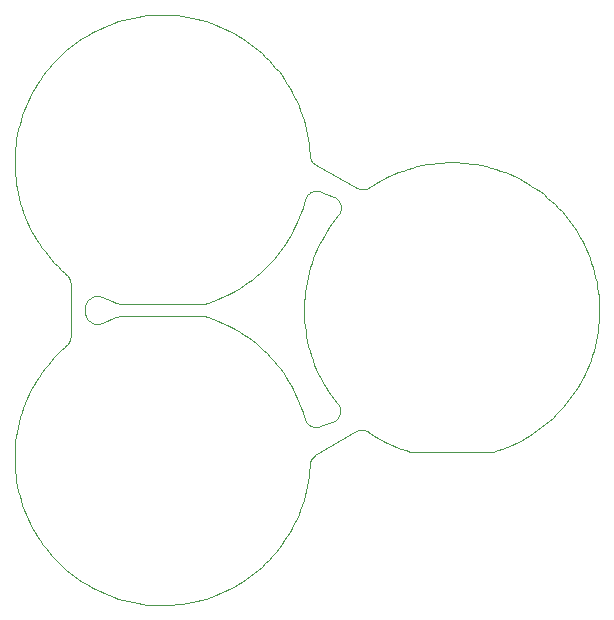
<source format=gko>
%MOIN*%
%OFA0B0*%
%FSLAX44Y44*%
%IPPOS*%
%LPD*%
%ADD10C,0*%
D10*
X00002911Y00009413D02*
X00002911Y00009413D01*
X00002874Y00009398D01*
X00002836Y00009387D01*
X00002798Y00009380D01*
X00002758Y00009376D01*
X00002719Y00009377D01*
X00002679Y00009381D01*
X00002641Y00009390D01*
X00002603Y00009402D01*
X00002567Y00009418D01*
X00002533Y00009438D01*
X00002501Y00009461D01*
X00002471Y00009487D01*
X00002444Y00009516D01*
X00002420Y00009547D01*
X00002400Y00009581D01*
X00002382Y00009616D01*
X00002369Y00009653D01*
X00002359Y00009691D01*
X00002353Y00009731D01*
X00002351Y00009770D01*
X00002351Y00009915D01*
X00002353Y00009954D01*
X00002359Y00009993D01*
X00002369Y00010031D01*
X00002383Y00010068D01*
X00002400Y00010104D01*
X00002421Y00010137D01*
X00002444Y00010169D01*
X00002471Y00010198D01*
X00002501Y00010223D01*
X00002533Y00010246D01*
X00002568Y00010266D01*
X00002604Y00010282D01*
X00002641Y00010294D01*
X00002680Y00010303D01*
X00002719Y00010307D01*
X00002758Y00010308D01*
X00002798Y00010305D01*
X00002836Y00010297D01*
X00002874Y00010286D01*
X00002911Y00010271D01*
X00002923Y00010266D01*
X00003076Y00010201D01*
X00003230Y00010142D01*
X00003386Y00010087D01*
X00003544Y00010038D01*
X00006299Y00010039D01*
X00006299Y00010039D01*
X00006457Y00010088D01*
X00006613Y00010142D01*
X00006767Y00010202D01*
X00006920Y00010266D01*
X00007070Y00010336D01*
X00007217Y00010411D01*
X00007362Y00010490D01*
X00007505Y00010575D01*
X00007644Y00010664D01*
X00007780Y00010758D01*
X00007913Y00010856D01*
X00008043Y00010959D01*
X00008169Y00011066D01*
X00008292Y00011178D01*
X00008410Y00011293D01*
X00008525Y00011412D01*
X00008635Y00011535D01*
X00008742Y00011662D01*
X00008844Y00011792D01*
X00008942Y00011926D01*
X00009035Y00012063D01*
X00009123Y00012202D01*
X00009207Y00012345D01*
X00009286Y00012491D01*
X00009360Y00012639D01*
X00009429Y00012789D01*
X00009492Y00012942D01*
X00009551Y00013096D01*
X00009605Y00013253D01*
X00009653Y00013411D01*
X00009683Y00013523D01*
X00009693Y00013555D01*
X00009705Y00013586D01*
X00009721Y00013616D01*
X00009738Y00013644D01*
X00009759Y00013671D01*
X00009781Y00013696D01*
X00009805Y00013719D01*
X00009832Y00013740D01*
X00009860Y00013758D01*
X00009889Y00013774D01*
X00009920Y00013788D01*
X00009952Y00013799D01*
X00009984Y00013807D01*
X00010017Y00013812D01*
X00010051Y00013815D01*
X00010084Y00013814D01*
X00010118Y00013811D01*
X00010151Y00013805D01*
X00010183Y00013796D01*
X00010214Y00013784D01*
X00010636Y00013609D01*
X00010669Y00013593D01*
X00010700Y00013574D01*
X00010730Y00013553D01*
X00010757Y00013529D01*
X00010782Y00013502D01*
X00010805Y00013474D01*
X00010825Y00013443D01*
X00010841Y00013411D01*
X00010855Y00013377D01*
X00010866Y00013342D01*
X00010873Y00013306D01*
X00010877Y00013270D01*
X00010878Y00013233D01*
X00010875Y00013197D01*
X00010869Y00013161D01*
X00010859Y00013126D01*
X00010847Y00013092D01*
X00010831Y00013059D01*
X00010812Y00013027D01*
X00010790Y00012998D01*
X00010687Y00012870D01*
X00010588Y00012738D01*
X00010492Y00012603D01*
X00010402Y00012464D01*
X00010316Y00012323D01*
X00010235Y00012178D01*
X00010159Y00012031D01*
X00010088Y00011882D01*
X00010022Y00011730D01*
X00009961Y00011576D01*
X00009905Y00011421D01*
X00009855Y00011263D01*
X00009810Y00011104D01*
X00009770Y00010943D01*
X00009736Y00010781D01*
X00009707Y00010618D01*
X00009683Y00010455D01*
X00009666Y00010290D01*
X00009653Y00010125D01*
X00009647Y00009960D01*
X00009645Y00009794D01*
X00009650Y00009629D01*
X00009660Y00009464D01*
X00009675Y00009299D01*
X00009696Y00009135D01*
X00009723Y00008972D01*
X00009755Y00008809D01*
X00009792Y00008648D01*
X00009835Y00008488D01*
X00009883Y00008330D01*
X00009937Y00008173D01*
X00009995Y00008019D01*
X00010059Y00007866D01*
X00010128Y00007716D01*
X00010202Y00007568D01*
X00010281Y00007422D01*
X00010365Y00007280D01*
X00010453Y00007140D01*
X00010547Y00007003D01*
X00010644Y00006870D01*
X00010746Y00006739D01*
X00010759Y00006725D01*
X00010782Y00006694D01*
X00010802Y00006662D01*
X00010819Y00006627D01*
X00010832Y00006591D01*
X00010842Y00006554D01*
X00010849Y00006517D01*
X00010851Y00006478D01*
X00010850Y00006440D01*
X00010845Y00006402D01*
X00010836Y00006365D01*
X00010824Y00006328D01*
X00010809Y00006293D01*
X00010790Y00006260D01*
X00010768Y00006229D01*
X00010743Y00006200D01*
X00010715Y00006173D01*
X00010685Y00006150D01*
X00010652Y00006129D01*
X00010618Y00006112D01*
X00010583Y00006098D01*
X00010169Y00005960D01*
X00010138Y00005951D01*
X00010107Y00005944D01*
X00010075Y00005940D01*
X00010043Y00005939D01*
X00010011Y00005941D01*
X00009979Y00005945D01*
X00009948Y00005951D01*
X00009917Y00005960D01*
X00009887Y00005972D01*
X00009858Y00005986D01*
X00009830Y00006002D01*
X00009804Y00006021D01*
X00009779Y00006041D01*
X00009756Y00006064D01*
X00009736Y00006088D01*
X00009717Y00006114D01*
X00009700Y00006142D01*
X00009685Y00006170D01*
X00009673Y00006200D01*
X00009664Y00006231D01*
X00009652Y00006274D01*
X00009604Y00006433D01*
X00009551Y00006589D01*
X00009492Y00006744D01*
X00009428Y00006897D01*
X00009359Y00007047D01*
X00009285Y00007195D01*
X00009206Y00007340D01*
X00009122Y00007483D01*
X00009034Y00007623D01*
X00008941Y00007760D01*
X00008843Y00007893D01*
X00008741Y00008023D01*
X00008634Y00008150D01*
X00008524Y00008273D01*
X00008409Y00008392D01*
X00008290Y00008508D01*
X00008168Y00008619D01*
X00008042Y00008726D01*
X00007912Y00008829D01*
X00007779Y00008927D01*
X00007643Y00009021D01*
X00007503Y00009110D01*
X00007361Y00009194D01*
X00007216Y00009274D01*
X00007068Y00009349D01*
X00006918Y00009418D01*
X00006766Y00009483D01*
X00006611Y00009542D01*
X00006455Y00009597D01*
X00006297Y00009646D01*
X00003543Y00009645D01*
X00003543Y00009645D01*
X00003385Y00009596D01*
X00003228Y00009542D01*
X00003074Y00009482D01*
X00002922Y00009418D01*
X00002911Y00009413D01*
X00001727Y00011020D02*
X00001727Y00011020D01*
X00001727Y00011020D01*
X00001740Y00011009D01*
X00001752Y00010997D01*
X00001764Y00010985D01*
X00001775Y00010972D01*
X00001785Y00010958D01*
X00001795Y00010945D01*
X00001805Y00010930D01*
X00001814Y00010916D01*
X00001822Y00010901D01*
X00001829Y00010885D01*
X00001836Y00010870D01*
X00001842Y00010854D01*
X00001848Y00010838D01*
X00001853Y00010821D01*
X00001857Y00010805D01*
X00001860Y00010788D01*
X00001862Y00010771D01*
X00001864Y00010754D01*
X00001865Y00010737D01*
X00001866Y00010720D01*
X00001866Y00008964D01*
X00001865Y00008947D01*
X00001864Y00008930D01*
X00001862Y00008913D01*
X00001860Y00008896D01*
X00001856Y00008879D01*
X00001852Y00008863D01*
X00001848Y00008846D01*
X00001842Y00008830D01*
X00001836Y00008814D01*
X00001829Y00008799D01*
X00001822Y00008783D01*
X00001814Y00008768D01*
X00001805Y00008754D01*
X00001795Y00008739D01*
X00001785Y00008726D01*
X00001775Y00008712D01*
X00001764Y00008699D01*
X00001752Y00008687D01*
X00001740Y00008675D01*
X00001727Y00008664D01*
X00001727Y00008664D01*
X00001672Y00008618D01*
X00001550Y00008506D01*
X00001431Y00008391D01*
X00001317Y00008272D01*
X00001206Y00008149D01*
X00001100Y00008022D01*
X00000998Y00007892D01*
X00000900Y00007758D01*
X00000807Y00007621D01*
X00000718Y00007482D01*
X00000635Y00007339D01*
X00000556Y00007193D01*
X00000482Y00007045D01*
X00000413Y00006895D01*
X00000349Y00006742D01*
X00000290Y00006588D01*
X00000237Y00006431D01*
X00000189Y00006273D01*
X00000146Y00006113D01*
X00000109Y00005952D01*
X00000077Y00005789D01*
X00000050Y00005626D01*
X00000029Y00005462D01*
X00000014Y00005297D01*
X00000004Y00005132D01*
X00000000Y00004967D01*
X00000001Y00004801D01*
X00000008Y00004636D01*
X00000020Y00004471D01*
X00000038Y00004306D01*
X00000061Y00004143D01*
X00000090Y00003980D01*
X00000125Y00003818D01*
X00000164Y00003657D01*
X00000210Y00003498D01*
X00000260Y00003340D01*
X00000316Y00003185D01*
X00000377Y00003031D01*
X00000443Y00002879D01*
X00000514Y00002730D01*
X00000590Y00002583D01*
X00000671Y00002439D01*
X00000757Y00002297D01*
X00000848Y00002159D01*
X00000943Y00002023D01*
X00001043Y00001891D01*
X00001147Y00001763D01*
X00001255Y00001637D01*
X00001367Y00001516D01*
X00001484Y00001399D01*
X00001604Y00001285D01*
X00001728Y00001176D01*
X00001856Y00001070D01*
X00001987Y00000970D01*
X00002122Y00000873D01*
X00002259Y00000781D01*
X00002400Y00000694D01*
X00002543Y00000612D01*
X00002690Y00000534D01*
X00002838Y00000462D01*
X00002989Y00000394D01*
X00003143Y00000332D01*
X00003298Y00000275D01*
X00003455Y00000223D01*
X00003614Y00000176D01*
X00003774Y00000135D01*
X00003936Y00000099D01*
X00004098Y00000069D01*
X00004262Y00000044D01*
X00004426Y00000024D01*
X00004591Y00000011D01*
X00004756Y00000002D01*
X00004922Y00000000D01*
X00005087Y00000002D01*
X00005252Y00000011D01*
X00005417Y00000025D01*
X00005582Y00000044D01*
X00005745Y00000069D01*
X00005908Y00000099D01*
X00006069Y00000135D01*
X00006229Y00000177D01*
X00006388Y00000223D01*
X00006545Y00000275D01*
X00006701Y00000333D01*
X00006854Y00000395D01*
X00007005Y00000463D01*
X00007153Y00000535D01*
X00007300Y00000613D01*
X00007443Y00000695D01*
X00007584Y00000782D01*
X00007721Y00000874D01*
X00007856Y00000971D01*
X00007987Y00001071D01*
X00008115Y00001177D01*
X00008239Y00001286D01*
X00008359Y00001400D01*
X00008475Y00001517D01*
X00008588Y00001639D01*
X00008696Y00001764D01*
X00008800Y00001893D01*
X00008900Y00002025D01*
X00008995Y00002160D01*
X00009085Y00002299D01*
X00009171Y00002440D01*
X00009252Y00002584D01*
X00009328Y00002731D01*
X00009399Y00002881D01*
X00009465Y00003032D01*
X00009526Y00003186D01*
X00009582Y00003342D01*
X00009632Y00003500D01*
X00009677Y00003659D01*
X00009717Y00003819D01*
X00009752Y00003981D01*
X00009780Y00004144D01*
X00009804Y00004308D01*
X00009822Y00004473D01*
X00009834Y00004638D01*
X00009835Y00004676D01*
X00009837Y00004696D01*
X00009839Y00004715D01*
X00009842Y00004734D01*
X00009846Y00004754D01*
X00009851Y00004772D01*
X00009857Y00004791D01*
X00009864Y00004809D01*
X00009872Y00004827D01*
X00009881Y00004845D01*
X00009891Y00004862D01*
X00009901Y00004878D01*
X00009912Y00004894D01*
X00009924Y00004910D01*
X00009937Y00004924D01*
X00009950Y00004939D01*
X00009964Y00004952D01*
X00009979Y00004965D01*
X00009995Y00004977D01*
X00010011Y00004988D01*
X00010027Y00004998D01*
X00011363Y00005795D01*
X00011383Y00005806D01*
X00011403Y00005816D01*
X00011423Y00005824D01*
X00011445Y00005832D01*
X00011466Y00005838D01*
X00011488Y00005843D01*
X00011510Y00005847D01*
X00011533Y00005849D01*
X00011555Y00005850D01*
X00011577Y00005850D01*
X00011600Y00005849D01*
X00011622Y00005846D01*
X00011644Y00005842D01*
X00011666Y00005837D01*
X00011688Y00005831D01*
X00011709Y00005823D01*
X00011729Y00005814D01*
X00011749Y00005804D01*
X00011769Y00005793D01*
X00011788Y00005781D01*
X00011845Y00005742D01*
X00011984Y00005653D01*
X00012126Y00005568D01*
X00012271Y00005489D01*
X00012419Y00005414D01*
X00012569Y00005344D01*
X00012721Y00005280D01*
X00012876Y00005220D01*
X00013032Y00005166D01*
X00013190Y00005117D01*
X00015944Y00005118D01*
X00015944Y00005118D01*
X00016102Y00005167D01*
X00016259Y00005221D01*
X00016413Y00005280D01*
X00016565Y00005345D01*
X00016715Y00005415D01*
X00016863Y00005490D01*
X00017008Y00005569D01*
X00017150Y00005654D01*
X00017290Y00005743D01*
X00017426Y00005837D01*
X00017559Y00005935D01*
X00017689Y00006038D01*
X00017815Y00006145D01*
X00017937Y00006256D01*
X00018056Y00006372D01*
X00018171Y00006491D01*
X00018281Y00006614D01*
X00018388Y00006741D01*
X00018490Y00006871D01*
X00018587Y00007005D01*
X00018680Y00007141D01*
X00018769Y00007281D01*
X00018853Y00007424D01*
X00018931Y00007569D01*
X00019005Y00007717D01*
X00019074Y00007868D01*
X00019138Y00008020D01*
X00019197Y00008175D01*
X00019250Y00008332D01*
X00019298Y00008490D01*
X00019341Y00008650D01*
X00019378Y00008811D01*
X00019410Y00008973D01*
X00019437Y00009137D01*
X00019458Y00009301D01*
X00019473Y00009466D01*
X00019483Y00009631D01*
X00019487Y00009796D01*
X00019486Y00009962D01*
X00019479Y00010127D01*
X00019467Y00010292D01*
X00019449Y00010456D01*
X00019426Y00010620D01*
X00019397Y00010783D01*
X00019362Y00010945D01*
X00019323Y00011106D01*
X00019278Y00011265D01*
X00019227Y00011422D01*
X00019171Y00011578D01*
X00019110Y00011732D01*
X00019044Y00011884D01*
X00018973Y00012033D01*
X00018897Y00012180D01*
X00018816Y00012324D01*
X00018730Y00012466D01*
X00018639Y00012604D01*
X00018544Y00012739D01*
X00018445Y00012872D01*
X00018341Y00013000D01*
X00018232Y00013125D01*
X00018120Y00013247D01*
X00018003Y00013364D01*
X00017883Y00013478D01*
X00017759Y00013587D01*
X00017631Y00013692D01*
X00017500Y00013793D01*
X00017366Y00013890D01*
X00017228Y00013981D01*
X00017087Y00014069D01*
X00016944Y00014151D01*
X00016798Y00014228D01*
X00016649Y00014301D01*
X00016498Y00014368D01*
X00016345Y00014431D01*
X00016189Y00014488D01*
X00016032Y00014540D01*
X00015873Y00014587D01*
X00015713Y00014628D01*
X00015552Y00014664D01*
X00015389Y00014694D01*
X00015225Y00014719D01*
X00015061Y00014738D01*
X00014896Y00014752D01*
X00014731Y00014761D01*
X00014566Y00014763D01*
X00014400Y00014760D01*
X00014235Y00014752D01*
X00014070Y00014738D01*
X00013906Y00014719D01*
X00013742Y00014694D01*
X00013579Y00014663D01*
X00013418Y00014627D01*
X00013258Y00014586D01*
X00013099Y00014539D01*
X00012942Y00014487D01*
X00012787Y00014430D01*
X00012633Y00014368D01*
X00012482Y00014300D01*
X00012334Y00014228D01*
X00012188Y00014150D01*
X00012044Y00014068D01*
X00011903Y00013981D01*
X00011824Y00013928D01*
X00011806Y00013916D01*
X00011787Y00013906D01*
X00011767Y00013896D01*
X00011748Y00013888D01*
X00011727Y00013881D01*
X00011706Y00013874D01*
X00011685Y00013870D01*
X00011664Y00013866D01*
X00011643Y00013863D01*
X00011621Y00013862D01*
X00011599Y00013861D01*
X00011578Y00013862D01*
X00011556Y00013864D01*
X00011535Y00013868D01*
X00011514Y00013872D01*
X00011493Y00013878D01*
X00011472Y00013885D01*
X00011452Y00013893D01*
X00011432Y00013901D01*
X00011413Y00013912D01*
X00010036Y00014682D01*
X00010019Y00014692D01*
X00010002Y00014704D01*
X00009986Y00014716D01*
X00009971Y00014728D01*
X00009956Y00014742D01*
X00009942Y00014756D01*
X00009929Y00014771D01*
X00009916Y00014787D01*
X00009904Y00014803D01*
X00009893Y00014820D01*
X00009883Y00014837D01*
X00009874Y00014855D01*
X00009866Y00014873D01*
X00009858Y00014892D01*
X00009852Y00014911D01*
X00009847Y00014930D01*
X00009842Y00014950D01*
X00009839Y00014970D01*
X00009837Y00014990D01*
X00009835Y00015010D01*
X00009834Y00015048D01*
X00009821Y00015213D01*
X00009804Y00015378D01*
X00009780Y00015541D01*
X00009751Y00015704D01*
X00009717Y00015866D01*
X00009677Y00016027D01*
X00009632Y00016186D01*
X00009581Y00016344D01*
X00009526Y00016499D01*
X00009465Y00016653D01*
X00009399Y00016805D01*
X00009327Y00016954D01*
X00009251Y00017101D01*
X00009170Y00017245D01*
X00009084Y00017387D01*
X00008994Y00017525D01*
X00008899Y00017661D01*
X00008799Y00017793D01*
X00008695Y00017921D01*
X00008587Y00018047D01*
X00008474Y00018168D01*
X00008358Y00018285D01*
X00008237Y00018399D01*
X00008113Y00018508D01*
X00007986Y00018614D01*
X00007854Y00018715D01*
X00007720Y00018811D01*
X00007582Y00018903D01*
X00007442Y00018990D01*
X00007298Y00019072D01*
X00007152Y00019150D01*
X00007003Y00019222D01*
X00006852Y00019290D01*
X00006699Y00019352D01*
X00006544Y00019409D01*
X00006387Y00019461D01*
X00006228Y00019508D01*
X00006068Y00019549D01*
X00005906Y00019585D01*
X00005743Y00019615D01*
X00005580Y00019640D01*
X00005415Y00019660D01*
X00005251Y00019673D01*
X00005085Y00019682D01*
X00004920Y00019685D01*
X00004754Y00019682D01*
X00004589Y00019673D01*
X00004424Y00019659D01*
X00004260Y00019640D01*
X00004096Y00019615D01*
X00003934Y00019585D01*
X00003772Y00019549D01*
X00003612Y00019507D01*
X00003453Y00019461D01*
X00003296Y00019409D01*
X00003141Y00019351D01*
X00002988Y00019289D01*
X00002837Y00019221D01*
X00002688Y00019149D01*
X00002542Y00019071D01*
X00002398Y00018989D01*
X00002258Y00018902D01*
X00002120Y00018810D01*
X00001986Y00018713D01*
X00001855Y00018613D01*
X00001727Y00018507D01*
X00001603Y00018398D01*
X00001483Y00018284D01*
X00001366Y00018167D01*
X00001254Y00018045D01*
X00001145Y00017920D01*
X00001041Y00017791D01*
X00000942Y00017659D01*
X00000847Y00017524D01*
X00000756Y00017385D01*
X00000670Y00017244D01*
X00000589Y00017100D01*
X00000513Y00016953D01*
X00000442Y00016803D01*
X00000376Y00016652D01*
X00000315Y00016498D01*
X00000260Y00016342D01*
X00000209Y00016184D01*
X00000164Y00016025D01*
X00000124Y00015865D01*
X00000090Y00015703D01*
X00000061Y00015540D01*
X00000038Y00015376D01*
X00000020Y00015211D01*
X00000008Y00015046D01*
X00000001Y00014881D01*
X00000000Y00014716D01*
X00000004Y00014550D01*
X00000014Y00014385D01*
X00000030Y00014220D01*
X00000051Y00014056D01*
X00000077Y00013893D01*
X00000109Y00013731D01*
X00000147Y00013569D01*
X00000189Y00013410D01*
X00000238Y00013251D01*
X00000291Y00013095D01*
X00000350Y00012940D01*
X00000414Y00012787D01*
X00000483Y00012637D01*
X00000557Y00012489D01*
X00000635Y00012344D01*
X00000719Y00012201D01*
X00000808Y00012061D01*
X00000901Y00011924D01*
X00000999Y00011791D01*
X00001101Y00011661D01*
X00001207Y00011534D01*
X00001318Y00011411D01*
X00001433Y00011292D01*
X00001551Y00011176D01*
X00001674Y00011065D01*
X00001727Y00011020D01*
M02*
</source>
